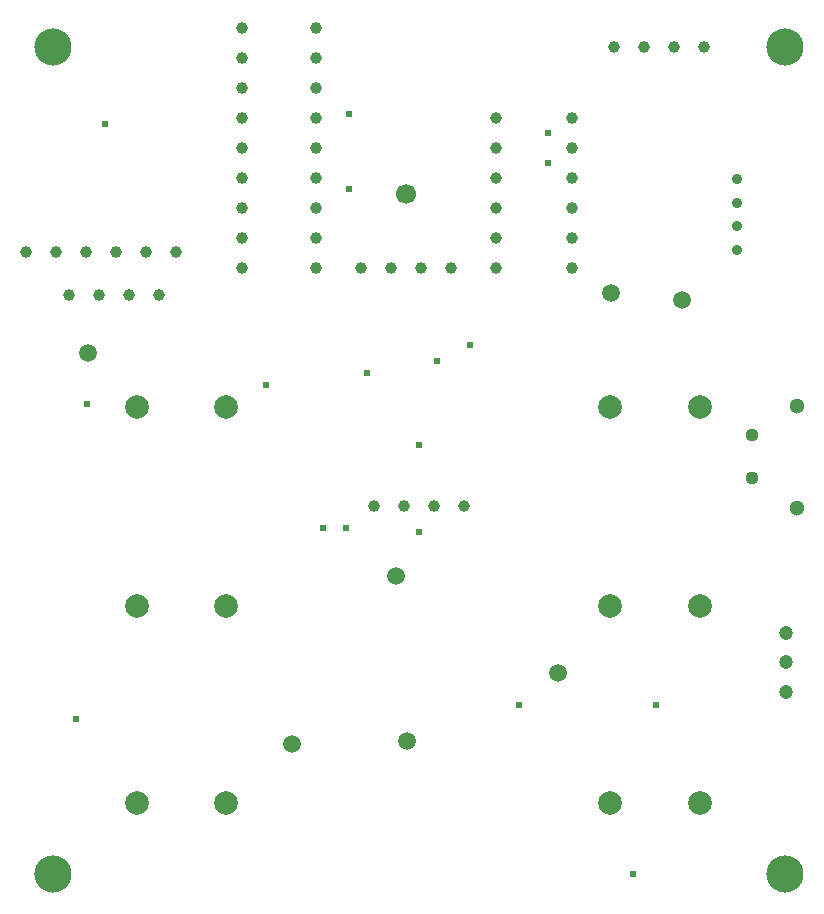
<source format=gbr>
G04 DesignSpark PCB Gerber Version 10.0 Build 5299*
%FSLAX35Y35*%
%MOMM*%
%ADD113C,0.60960*%
%ADD21C,0.90000*%
%ADD20C,1.00000*%
%ADD114C,1.12000*%
%ADD116C,1.20000*%
%ADD124C,1.30000*%
%ADD23C,1.50000*%
%ADD123C,1.70000*%
%ADD118C,2.00000*%
%ADD117C,3.15000*%
X0Y0D02*
D02*
D20*
X1115240Y6375240D03*
X1369240D03*
X1482070Y6015240D03*
X1623240Y6375240D03*
X1736070Y6015240D03*
X1877240Y6375240D03*
X1990070Y6015240D03*
X2131240Y6375240D03*
X2244070Y6015240D03*
X2385240Y6375240D03*
X2945240Y6243240D03*
Y6497240D03*
Y6751240D03*
Y7005240D03*
Y7259240D03*
Y7513240D03*
Y7767240D03*
Y8021240D03*
Y8275240D03*
X3575240Y6243240D03*
Y6497240D03*
Y6751240D03*
Y7005240D03*
Y7259240D03*
Y7513240D03*
Y7767240D03*
Y8021240D03*
Y8275240D03*
X3956240Y6243240D03*
X4062070Y4225240D03*
X4210240Y6243240D03*
X4316070Y4225240D03*
X4464240Y6243240D03*
X4570070Y4225240D03*
X4718240Y6243240D03*
X4824070Y4225240D03*
X5099240Y6243240D03*
Y6497240D03*
Y6751240D03*
Y7005240D03*
Y7259240D03*
Y7513240D03*
X5745240Y6245240D03*
Y6499240D03*
Y6753240D03*
Y7007240D03*
Y7261240D03*
Y7515240D03*
X6096410Y8115240D03*
X6350410D03*
X6604410D03*
X6858410D03*
D02*
D21*
X7135240Y6395240D03*
Y6595240D03*
Y6795240D03*
Y6995240D03*
D02*
D23*
X1645240Y5525240D03*
X3375240Y2215240D03*
X4255240Y3635240D03*
X4345240Y2235240D03*
X5625240Y2815240D03*
X6075240Y6035240D03*
X6675240Y5975240D03*
D02*
D113*
X1545240Y2425240D03*
X1635240Y5095240D03*
X1785240Y7465240D03*
X3155240Y5255240D03*
X3635240Y4045240D03*
X3825240D03*
X3855240Y6915240D03*
Y7545240D03*
X4005240Y5355240D03*
X4445240Y4005240D03*
Y4745240D03*
X4595240Y5455240D03*
X4875240Y5595240D03*
X5295240Y2545240D03*
X5535240Y7135240D03*
Y7385240D03*
X6255240Y1115240D03*
X6455240Y2545240D03*
D02*
D114*
X7265240Y4465240D03*
Y4825240D03*
D02*
D116*
X7555240Y2655240D03*
Y2905240D03*
Y3155240D03*
D02*
D117*
X1345240Y1115240D03*
Y8115240D03*
X7545240Y1115240D03*
Y8115240D03*
D02*
D118*
X2055240Y1715240D03*
Y3385240D03*
Y5065240D03*
X2815240Y1715240D03*
Y3385240D03*
Y5065240D03*
X6065240Y1715240D03*
Y3385240D03*
Y5065240D03*
X6825240Y1715240D03*
Y3385240D03*
Y5065240D03*
D02*
D123*
X4337240Y6865540D03*
D02*
D124*
X7645240Y4213240D03*
Y5077240D03*
X0Y0D02*
M02*

</source>
